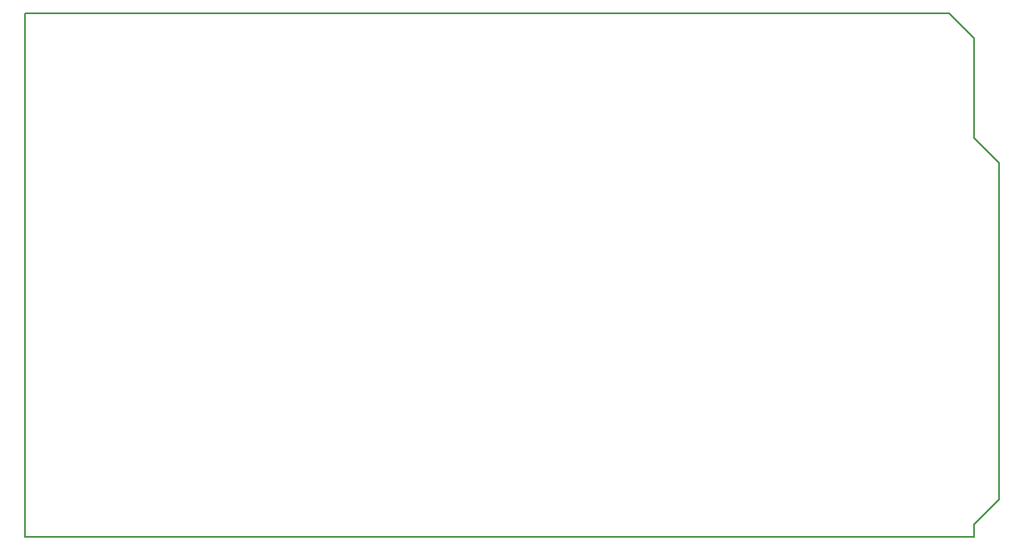
<source format=gbr>
%TF.GenerationSoftware,KiCad,Pcbnew,(6.0.9)*%
%TF.CreationDate,2023-03-29T13:48:58-08:00*%
%TF.ProjectId,ABSIS_Mega,41425349-535f-44d6-9567-612e6b696361,2*%
%TF.SameCoordinates,Original*%
%TF.FileFunction,Profile,NP*%
%FSLAX46Y46*%
G04 Gerber Fmt 4.6, Leading zero omitted, Abs format (unit mm)*
G04 Created by KiCad (PCBNEW (6.0.9)) date 2023-03-29 13:48:58*
%MOMM*%
%LPD*%
G01*
G04 APERTURE LIST*
%TA.AperFunction,Profile*%
%ADD10C,0.150000*%
%TD*%
G04 APERTURE END LIST*
D10*
X0Y0D02*
X96520000Y0D01*
X93980000Y53340000D02*
X0Y53340000D01*
X0Y0D02*
X0Y53340000D01*
X96520000Y40640000D02*
X99060000Y38100000D01*
X99060000Y38100000D02*
X99060000Y3810000D01*
X96520000Y50800000D02*
X96520000Y40640000D01*
X93980000Y53340000D02*
X96520000Y50800000D01*
X96520000Y1270000D02*
X96520000Y0D01*
X99060000Y3810000D02*
X96520000Y1270000D01*
M02*

</source>
